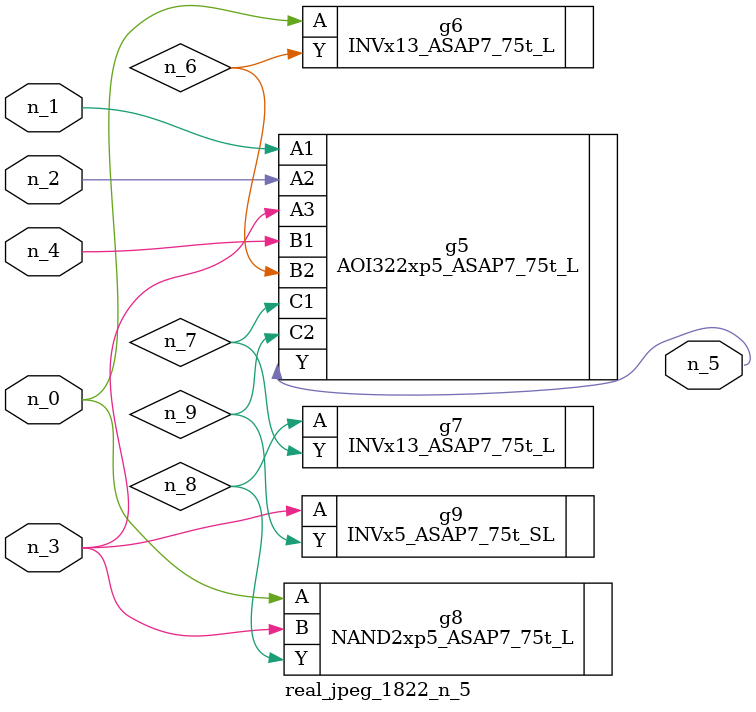
<source format=v>
module real_jpeg_1822_n_5 (n_4, n_0, n_1, n_2, n_3, n_5);

input n_4;
input n_0;
input n_1;
input n_2;
input n_3;

output n_5;

wire n_8;
wire n_6;
wire n_7;
wire n_9;

INVx13_ASAP7_75t_L g6 ( 
.A(n_0),
.Y(n_6)
);

NAND2xp5_ASAP7_75t_L g8 ( 
.A(n_0),
.B(n_3),
.Y(n_8)
);

AOI322xp5_ASAP7_75t_L g5 ( 
.A1(n_1),
.A2(n_2),
.A3(n_3),
.B1(n_4),
.B2(n_6),
.C1(n_7),
.C2(n_9),
.Y(n_5)
);

INVx5_ASAP7_75t_SL g9 ( 
.A(n_3),
.Y(n_9)
);

INVx13_ASAP7_75t_L g7 ( 
.A(n_8),
.Y(n_7)
);


endmodule
</source>
